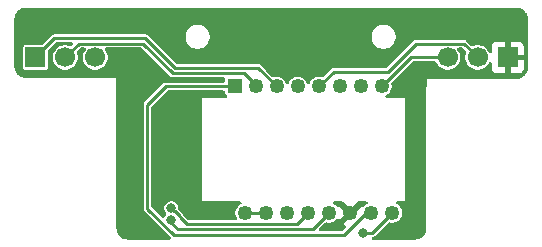
<source format=gbr>
G04 #@! TF.GenerationSoftware,KiCad,Pcbnew,9.0.2*
G04 #@! TF.CreationDate,2025-08-20T20:27:39-04:00*
G04 #@! TF.ProjectId,Trackball,54726163-6b62-4616-9c6c-2e6b69636164,rev?*
G04 #@! TF.SameCoordinates,Original*
G04 #@! TF.FileFunction,Copper,L2,Bot*
G04 #@! TF.FilePolarity,Positive*
%FSLAX46Y46*%
G04 Gerber Fmt 4.6, Leading zero omitted, Abs format (unit mm)*
G04 Created by KiCad (PCBNEW 9.0.2) date 2025-08-20 20:27:39*
%MOMM*%
%LPD*%
G01*
G04 APERTURE LIST*
G04 Aperture macros list*
%AMRoundRect*
0 Rectangle with rounded corners*
0 $1 Rounding radius*
0 $2 $3 $4 $5 $6 $7 $8 $9 X,Y pos of 4 corners*
0 Add a 4 corners polygon primitive as box body*
4,1,4,$2,$3,$4,$5,$6,$7,$8,$9,$2,$3,0*
0 Add four circle primitives for the rounded corners*
1,1,$1+$1,$2,$3*
1,1,$1+$1,$4,$5*
1,1,$1+$1,$6,$7*
1,1,$1+$1,$8,$9*
0 Add four rect primitives between the rounded corners*
20,1,$1+$1,$2,$3,$4,$5,0*
20,1,$1+$1,$4,$5,$6,$7,0*
20,1,$1+$1,$6,$7,$8,$9,0*
20,1,$1+$1,$8,$9,$2,$3,0*%
G04 Aperture macros list end*
G04 #@! TA.AperFunction,ComponentPad*
%ADD10RoundRect,0.187500X-0.437500X-0.437500X0.437500X-0.437500X0.437500X0.437500X-0.437500X0.437500X0*%
G04 #@! TD*
G04 #@! TA.AperFunction,ComponentPad*
%ADD11O,1.250000X1.250000*%
G04 #@! TD*
G04 #@! TA.AperFunction,ComponentPad*
%ADD12R,1.700000X1.700000*%
G04 #@! TD*
G04 #@! TA.AperFunction,ComponentPad*
%ADD13C,1.700000*%
G04 #@! TD*
G04 #@! TA.AperFunction,ViaPad*
%ADD14C,0.800000*%
G04 #@! TD*
G04 #@! TA.AperFunction,Conductor*
%ADD15C,0.500000*%
G04 #@! TD*
G04 #@! TA.AperFunction,Conductor*
%ADD16C,0.250000*%
G04 #@! TD*
G04 APERTURE END LIST*
D10*
X111532000Y-167800000D03*
D11*
X113312000Y-167800000D03*
X115092000Y-167800000D03*
X116872000Y-167800000D03*
X118652000Y-167800000D03*
X120432000Y-167800000D03*
X122212000Y-167800000D03*
X123992000Y-167800000D03*
X124882000Y-178500000D03*
X123102000Y-178500000D03*
X121322000Y-178500000D03*
X119542000Y-178500000D03*
X117762000Y-178500000D03*
X115982000Y-178500000D03*
X114202000Y-178500000D03*
X112422000Y-178500000D03*
D12*
X94650000Y-165350000D03*
D13*
X97190000Y-165350000D03*
X99730000Y-165350000D03*
D12*
X134650000Y-165350000D03*
D13*
X132110000Y-165350000D03*
X129570000Y-165350000D03*
D14*
X109650000Y-178600000D03*
X102400000Y-164899000D03*
X126900000Y-179850000D03*
X107650000Y-173100000D03*
X134650000Y-162600000D03*
X115900000Y-162600000D03*
X126900000Y-174600000D03*
X94400000Y-162600000D03*
X102650000Y-179600000D03*
X104972000Y-169720437D03*
X115900000Y-166350000D03*
X106900000Y-168600000D03*
X126900000Y-171350000D03*
X125900000Y-162600000D03*
X103900000Y-162600000D03*
X122399047Y-180200000D03*
X106145495Y-179112508D03*
X106162653Y-178112653D03*
D15*
X106900000Y-168600000D02*
X106092437Y-168600000D01*
X106092437Y-168600000D02*
X104972000Y-169720437D01*
X102400000Y-164899000D02*
X102400000Y-169600000D01*
D16*
X122399047Y-180200000D02*
X123182000Y-180200000D01*
X123182000Y-180200000D02*
X124882000Y-178500000D01*
X118140000Y-179902000D02*
X119542000Y-178500000D01*
X106158003Y-179100000D02*
X106158003Y-179358003D01*
X106702000Y-179902000D02*
X118140000Y-179902000D01*
X106158003Y-179358003D02*
X106702000Y-179902000D01*
X106145495Y-179112508D02*
X106158003Y-179100000D01*
X116811000Y-179451000D02*
X107501000Y-179451000D01*
X106446215Y-178386508D02*
X106436508Y-178386508D01*
X107501000Y-179451000D02*
X106871495Y-178821495D01*
X117762000Y-178500000D02*
X116811000Y-179451000D01*
X106436508Y-178386508D02*
X106162653Y-178112653D01*
X106871495Y-178811788D02*
X106446215Y-178386508D01*
X106871495Y-178821495D02*
X106871495Y-178811788D01*
X106359267Y-180353000D02*
X104150000Y-178143733D01*
X122273000Y-178877000D02*
X122273000Y-178893918D01*
X122273000Y-178893918D02*
X121715918Y-179451000D01*
X120797000Y-180353000D02*
X106359267Y-180353000D01*
X121699000Y-179451000D02*
X120797000Y-180353000D01*
X104150000Y-169350000D02*
X105700000Y-167800000D01*
X123102000Y-178500000D02*
X122650000Y-178500000D01*
X121715918Y-179451000D02*
X121699000Y-179451000D01*
X104150000Y-178143733D02*
X104150000Y-169350000D01*
X105700000Y-167800000D02*
X111532000Y-167800000D01*
X122650000Y-178500000D02*
X122273000Y-178877000D01*
X129570000Y-165350000D02*
X126442000Y-165350000D01*
X126442000Y-165350000D02*
X123992000Y-167800000D01*
X97190000Y-165350000D02*
X98366000Y-164174000D01*
X98366000Y-164174000D02*
X103774000Y-164174000D01*
X112350000Y-166700000D02*
X113312000Y-167662000D01*
X113312000Y-167662000D02*
X113312000Y-167800000D01*
X103774000Y-164174000D02*
X106300000Y-166700000D01*
X106300000Y-166700000D02*
X112350000Y-166700000D01*
X106437810Y-166200000D02*
X113492000Y-166200000D01*
X96277000Y-163723000D02*
X103960810Y-163723000D01*
X113492000Y-166200000D02*
X115092000Y-167800000D01*
X94650000Y-165350000D02*
X96277000Y-163723000D01*
X103960810Y-163723000D02*
X106437810Y-166200000D01*
X112422000Y-178500000D02*
X114202000Y-178500000D01*
X124550000Y-166550000D02*
X119902000Y-166550000D01*
X130934000Y-164174000D02*
X126926000Y-164174000D01*
X126926000Y-164174000D02*
X124550000Y-166550000D01*
X119902000Y-166550000D02*
X118652000Y-167800000D01*
X132110000Y-165350000D02*
X130934000Y-164174000D01*
G04 #@! TA.AperFunction,Conductor*
G36*
X135405394Y-161125971D02*
G01*
X135558410Y-161139359D01*
X135579695Y-161143111D01*
X135722826Y-161181463D01*
X135743123Y-161188851D01*
X135877430Y-161251479D01*
X135896133Y-161262278D01*
X136017514Y-161347271D01*
X136034071Y-161361164D01*
X136138835Y-161465928D01*
X136152728Y-161482485D01*
X136237721Y-161603866D01*
X136248522Y-161622573D01*
X136311146Y-161756870D01*
X136318536Y-161777175D01*
X136356887Y-161920303D01*
X136360640Y-161941590D01*
X136374017Y-162094490D01*
X136374489Y-162105512D01*
X136367438Y-166165934D01*
X136367438Y-166165975D01*
X136367399Y-166184598D01*
X136367393Y-166184608D01*
X136367393Y-166187734D01*
X136367379Y-166187778D01*
X136366921Y-166198285D01*
X136353534Y-166351305D01*
X136349781Y-166372591D01*
X136311432Y-166515716D01*
X136304039Y-166536027D01*
X136241424Y-166670307D01*
X136230617Y-166689027D01*
X136145625Y-166810407D01*
X136131731Y-166826964D01*
X136026964Y-166931731D01*
X136010407Y-166945625D01*
X135889027Y-167030617D01*
X135870307Y-167041424D01*
X135736027Y-167104039D01*
X135715716Y-167111432D01*
X135572591Y-167149781D01*
X135551305Y-167153534D01*
X135402703Y-167166534D01*
X135402692Y-167166535D01*
X135392893Y-167167393D01*
X135384608Y-167167393D01*
X135381008Y-167170008D01*
X135362700Y-167172940D01*
X135357295Y-167172250D01*
X135343095Y-167174500D01*
X127799204Y-167174500D01*
X127789454Y-167174494D01*
X127789453Y-167174494D01*
X127789435Y-167174501D01*
X127783146Y-167180789D01*
X127783122Y-167180814D01*
X127781150Y-167182787D01*
X127774507Y-167189423D01*
X127774506Y-167189431D01*
X127774500Y-167189438D01*
X127774500Y-167200726D01*
X127773655Y-168564859D01*
X127766719Y-179763575D01*
X127766717Y-179764170D01*
X127766613Y-179783203D01*
X127766589Y-179783238D01*
X127766596Y-179786481D01*
X127766593Y-179787044D01*
X127766550Y-179787187D01*
X127766146Y-179796919D01*
X127753061Y-179950195D01*
X127749344Y-179971519D01*
X127711209Y-180114908D01*
X127703842Y-180135260D01*
X127641352Y-180269839D01*
X127630557Y-180288601D01*
X127545616Y-180410263D01*
X127531724Y-180426861D01*
X127426919Y-180531902D01*
X127410351Y-180545832D01*
X127288879Y-180631046D01*
X127270144Y-180641881D01*
X127259895Y-180646669D01*
X127135709Y-180704672D01*
X127115374Y-180712084D01*
X126972061Y-180750544D01*
X126950744Y-180754309D01*
X126797747Y-180767714D01*
X126786972Y-180768187D01*
X126784406Y-180768187D01*
X126784358Y-180768188D01*
X126783823Y-180768188D01*
X126783822Y-180768188D01*
X126776969Y-180768189D01*
X123258798Y-180768783D01*
X123191755Y-180749110D01*
X123145991Y-180696313D01*
X123136036Y-180627157D01*
X123165050Y-180563596D01*
X123223822Y-180525812D01*
X123226597Y-180525032D01*
X123307639Y-180503318D01*
X123381862Y-180460465D01*
X124517564Y-179324761D01*
X124578885Y-179291278D01*
X124635047Y-179293539D01*
X124635237Y-179292588D01*
X124800692Y-179325500D01*
X124800695Y-179325500D01*
X124963307Y-179325500D01*
X125077770Y-179302731D01*
X125122789Y-179293776D01*
X125225726Y-179251138D01*
X125273019Y-179231549D01*
X125273023Y-179231547D01*
X125368990Y-179167424D01*
X125408225Y-179141208D01*
X125523208Y-179026225D01*
X125613548Y-178891021D01*
X125675776Y-178740789D01*
X125695461Y-178641830D01*
X125707500Y-178581307D01*
X125707500Y-178418692D01*
X125675777Y-178259216D01*
X125675776Y-178259215D01*
X125675776Y-178259211D01*
X125675774Y-178259206D01*
X125613549Y-178108980D01*
X125613547Y-178108976D01*
X125523211Y-177973779D01*
X125523205Y-177973771D01*
X125408228Y-177858794D01*
X125408220Y-177858788D01*
X125273024Y-177768453D01*
X125262420Y-177764061D01*
X125208017Y-177720219D01*
X125185953Y-177653925D01*
X125203233Y-177586226D01*
X125254370Y-177538616D01*
X125309874Y-177525500D01*
X125962562Y-177525500D01*
X125977500Y-177510562D01*
X125977500Y-168789438D01*
X125962562Y-168774500D01*
X124419874Y-168774500D01*
X124352835Y-168754815D01*
X124307080Y-168702011D01*
X124297136Y-168632853D01*
X124326161Y-168569297D01*
X124372420Y-168535939D01*
X124383021Y-168531548D01*
X124518225Y-168441208D01*
X124633208Y-168326225D01*
X124695084Y-168233621D01*
X124723547Y-168191023D01*
X124723549Y-168191019D01*
X124785774Y-168040793D01*
X124785776Y-168040789D01*
X124817500Y-167881305D01*
X124817500Y-167718695D01*
X124817500Y-167718692D01*
X124784588Y-167553237D01*
X124785732Y-167553009D01*
X124785155Y-167489390D01*
X124816761Y-167435564D01*
X126540508Y-165711819D01*
X126601831Y-165678334D01*
X126628189Y-165675500D01*
X128484919Y-165675500D01*
X128551958Y-165695185D01*
X128597713Y-165747989D01*
X128599480Y-165752047D01*
X128639057Y-165847596D01*
X128754024Y-166019657D01*
X128900342Y-166165975D01*
X128900345Y-166165977D01*
X129072402Y-166280941D01*
X129263580Y-166360130D01*
X129408052Y-166388867D01*
X129466530Y-166400499D01*
X129466534Y-166400500D01*
X129466535Y-166400500D01*
X129673466Y-166400500D01*
X129673467Y-166400499D01*
X129876420Y-166360130D01*
X130067598Y-166280941D01*
X130239655Y-166165977D01*
X130385977Y-166019655D01*
X130500941Y-165847598D01*
X130580130Y-165656420D01*
X130620500Y-165453465D01*
X130620500Y-165246535D01*
X130580130Y-165043580D01*
X130500941Y-164852402D01*
X130500940Y-164852400D01*
X130500940Y-164852399D01*
X130394026Y-164692390D01*
X130373148Y-164625713D01*
X130391633Y-164558333D01*
X130443612Y-164511643D01*
X130497128Y-164499500D01*
X130747811Y-164499500D01*
X130814850Y-164519185D01*
X130835492Y-164535819D01*
X131112568Y-164812895D01*
X131146053Y-164874218D01*
X131141069Y-164943910D01*
X131139448Y-164948028D01*
X131099871Y-165043575D01*
X131099868Y-165043587D01*
X131059500Y-165246530D01*
X131059500Y-165453469D01*
X131099868Y-165656412D01*
X131099870Y-165656420D01*
X131165939Y-165815925D01*
X131179059Y-165847598D01*
X131197034Y-165874500D01*
X131294024Y-166019657D01*
X131440342Y-166165975D01*
X131440345Y-166165977D01*
X131612402Y-166280941D01*
X131803580Y-166360130D01*
X131948052Y-166388867D01*
X132006530Y-166400499D01*
X132006534Y-166400500D01*
X132006535Y-166400500D01*
X132213466Y-166400500D01*
X132213467Y-166400499D01*
X132416420Y-166360130D01*
X132607598Y-166280941D01*
X132779655Y-166165977D01*
X132925977Y-166019655D01*
X133040941Y-165847598D01*
X133061439Y-165798112D01*
X133105279Y-165743708D01*
X133171573Y-165721643D01*
X133239273Y-165738922D01*
X133286884Y-165790059D01*
X133300000Y-165845564D01*
X133300000Y-166247844D01*
X133306401Y-166307372D01*
X133306403Y-166307379D01*
X133356645Y-166442086D01*
X133356649Y-166442093D01*
X133442809Y-166557187D01*
X133442812Y-166557190D01*
X133557906Y-166643350D01*
X133557913Y-166643354D01*
X133692620Y-166693596D01*
X133692627Y-166693598D01*
X133752155Y-166699999D01*
X133752172Y-166700000D01*
X134400000Y-166700000D01*
X134400000Y-165783012D01*
X134457007Y-165815925D01*
X134584174Y-165850000D01*
X134715826Y-165850000D01*
X134842993Y-165815925D01*
X134900000Y-165783012D01*
X134900000Y-166700000D01*
X135547828Y-166700000D01*
X135547844Y-166699999D01*
X135607372Y-166693598D01*
X135607379Y-166693596D01*
X135742086Y-166643354D01*
X135742093Y-166643350D01*
X135857187Y-166557190D01*
X135857190Y-166557187D01*
X135943350Y-166442093D01*
X135943354Y-166442086D01*
X135993596Y-166307379D01*
X135993598Y-166307372D01*
X135999999Y-166247844D01*
X136000000Y-166247827D01*
X136000000Y-165600000D01*
X135083012Y-165600000D01*
X135115925Y-165542993D01*
X135150000Y-165415826D01*
X135150000Y-165284174D01*
X135115925Y-165157007D01*
X135083012Y-165100000D01*
X136000000Y-165100000D01*
X136000000Y-164452172D01*
X135999999Y-164452155D01*
X135993598Y-164392627D01*
X135993596Y-164392620D01*
X135943354Y-164257913D01*
X135943350Y-164257906D01*
X135857190Y-164142812D01*
X135857187Y-164142809D01*
X135742093Y-164056649D01*
X135742086Y-164056645D01*
X135607379Y-164006403D01*
X135607372Y-164006401D01*
X135547844Y-164000000D01*
X134900000Y-164000000D01*
X134900000Y-164916988D01*
X134842993Y-164884075D01*
X134715826Y-164850000D01*
X134584174Y-164850000D01*
X134457007Y-164884075D01*
X134400000Y-164916988D01*
X134400000Y-164000000D01*
X133752155Y-164000000D01*
X133692627Y-164006401D01*
X133692620Y-164006403D01*
X133557913Y-164056645D01*
X133557906Y-164056649D01*
X133442812Y-164142809D01*
X133442809Y-164142812D01*
X133356649Y-164257906D01*
X133356645Y-164257913D01*
X133306403Y-164392620D01*
X133306401Y-164392627D01*
X133300000Y-164452155D01*
X133300000Y-164854435D01*
X133280315Y-164921474D01*
X133227511Y-164967229D01*
X133158353Y-164977173D01*
X133094797Y-164948148D01*
X133061439Y-164901888D01*
X133051776Y-164878560D01*
X133040941Y-164852402D01*
X132925977Y-164680345D01*
X132925975Y-164680342D01*
X132779657Y-164534024D01*
X132611655Y-164421770D01*
X132607598Y-164419059D01*
X132588516Y-164411155D01*
X132416420Y-164339870D01*
X132416412Y-164339868D01*
X132213469Y-164299500D01*
X132213465Y-164299500D01*
X132006535Y-164299500D01*
X132006530Y-164299500D01*
X131803587Y-164339868D01*
X131803575Y-164339871D01*
X131708028Y-164379448D01*
X131638559Y-164386917D01*
X131576080Y-164355641D01*
X131572895Y-164352568D01*
X131133864Y-163913537D01*
X131133862Y-163913535D01*
X131080770Y-163882882D01*
X131059640Y-163870682D01*
X131018246Y-163859591D01*
X130976853Y-163848500D01*
X126883147Y-163848500D01*
X126800362Y-163870682D01*
X126800359Y-163870683D01*
X126779231Y-163882882D01*
X126752684Y-163898208D01*
X126726139Y-163913534D01*
X126726136Y-163913536D01*
X124451492Y-166188181D01*
X124390169Y-166221666D01*
X124363811Y-166224500D01*
X119859147Y-166224500D01*
X119776359Y-166246682D01*
X119702138Y-166289535D01*
X119702135Y-166289537D01*
X119016436Y-166975235D01*
X118955113Y-167008720D01*
X118898951Y-167006465D01*
X118898763Y-167007412D01*
X118733307Y-166974500D01*
X118733305Y-166974500D01*
X118570695Y-166974500D01*
X118570693Y-166974500D01*
X118411216Y-167006222D01*
X118411206Y-167006225D01*
X118260980Y-167068450D01*
X118260976Y-167068452D01*
X118125779Y-167158788D01*
X118125771Y-167158794D01*
X118010794Y-167273771D01*
X118010788Y-167273779D01*
X117920452Y-167408976D01*
X117876561Y-167514941D01*
X117832720Y-167569344D01*
X117766426Y-167591409D01*
X117698727Y-167574130D01*
X117651116Y-167522993D01*
X117647439Y-167514941D01*
X117603547Y-167408976D01*
X117513211Y-167273779D01*
X117513205Y-167273771D01*
X117398228Y-167158794D01*
X117398220Y-167158788D01*
X117263023Y-167068452D01*
X117263019Y-167068450D01*
X117112793Y-167006225D01*
X117112783Y-167006222D01*
X116953307Y-166974500D01*
X116953305Y-166974500D01*
X116790695Y-166974500D01*
X116790693Y-166974500D01*
X116631216Y-167006222D01*
X116631206Y-167006225D01*
X116480980Y-167068450D01*
X116480976Y-167068452D01*
X116345779Y-167158788D01*
X116345771Y-167158794D01*
X116230794Y-167273771D01*
X116230788Y-167273779D01*
X116140452Y-167408976D01*
X116096561Y-167514941D01*
X116052720Y-167569344D01*
X115986426Y-167591409D01*
X115918727Y-167574130D01*
X115871116Y-167522993D01*
X115867439Y-167514941D01*
X115823547Y-167408976D01*
X115733211Y-167273779D01*
X115733205Y-167273771D01*
X115618228Y-167158794D01*
X115618220Y-167158788D01*
X115483023Y-167068452D01*
X115483019Y-167068450D01*
X115332793Y-167006225D01*
X115332783Y-167006222D01*
X115173307Y-166974500D01*
X115173305Y-166974500D01*
X115010695Y-166974500D01*
X115010693Y-166974500D01*
X114845237Y-167007412D01*
X114845011Y-167006276D01*
X114781346Y-167006831D01*
X114727561Y-166975235D01*
X114211652Y-166459326D01*
X113691862Y-165939535D01*
X113654750Y-165918108D01*
X113617640Y-165896682D01*
X113576246Y-165885591D01*
X113534853Y-165874500D01*
X113534852Y-165874500D01*
X106623999Y-165874500D01*
X106556960Y-165854815D01*
X106536318Y-165838181D01*
X104197129Y-163498992D01*
X107374500Y-163498992D01*
X107374500Y-163701007D01*
X107413907Y-163899119D01*
X107413909Y-163899127D01*
X107491212Y-164085752D01*
X107491217Y-164085762D01*
X107603441Y-164253718D01*
X107746281Y-164396558D01*
X107914237Y-164508782D01*
X107914241Y-164508784D01*
X107914244Y-164508786D01*
X108100873Y-164586091D01*
X108298992Y-164625499D01*
X108298996Y-164625500D01*
X108298997Y-164625500D01*
X108501004Y-164625500D01*
X108501005Y-164625499D01*
X108699127Y-164586091D01*
X108885756Y-164508786D01*
X109053718Y-164396558D01*
X109196558Y-164253718D01*
X109308786Y-164085756D01*
X109386091Y-163899127D01*
X109425500Y-163701003D01*
X109425500Y-163498997D01*
X109425499Y-163498992D01*
X123124500Y-163498992D01*
X123124500Y-163701007D01*
X123163907Y-163899119D01*
X123163909Y-163899127D01*
X123241212Y-164085752D01*
X123241217Y-164085762D01*
X123353441Y-164253718D01*
X123496281Y-164396558D01*
X123664237Y-164508782D01*
X123664241Y-164508784D01*
X123664244Y-164508786D01*
X123850873Y-164586091D01*
X124048992Y-164625499D01*
X124048996Y-164625500D01*
X124048997Y-164625500D01*
X124251004Y-164625500D01*
X124251005Y-164625499D01*
X124449127Y-164586091D01*
X124635756Y-164508786D01*
X124803718Y-164396558D01*
X124946558Y-164253718D01*
X125058786Y-164085756D01*
X125136091Y-163899127D01*
X125175500Y-163701003D01*
X125175500Y-163498997D01*
X125136091Y-163300873D01*
X125058786Y-163114244D01*
X125058784Y-163114241D01*
X125058782Y-163114237D01*
X124946558Y-162946281D01*
X124803718Y-162803441D01*
X124635762Y-162691217D01*
X124635752Y-162691212D01*
X124449127Y-162613909D01*
X124449119Y-162613907D01*
X124251007Y-162574500D01*
X124251003Y-162574500D01*
X124048997Y-162574500D01*
X124048992Y-162574500D01*
X123850880Y-162613907D01*
X123850872Y-162613909D01*
X123664247Y-162691212D01*
X123664237Y-162691217D01*
X123496281Y-162803441D01*
X123353441Y-162946281D01*
X123241217Y-163114237D01*
X123241212Y-163114247D01*
X123163909Y-163300872D01*
X123163907Y-163300880D01*
X123124500Y-163498992D01*
X109425499Y-163498992D01*
X109386091Y-163300873D01*
X109308786Y-163114244D01*
X109308784Y-163114241D01*
X109308782Y-163114237D01*
X109196558Y-162946281D01*
X109053718Y-162803441D01*
X108885762Y-162691217D01*
X108885752Y-162691212D01*
X108699127Y-162613909D01*
X108699119Y-162613907D01*
X108501007Y-162574500D01*
X108501003Y-162574500D01*
X108298997Y-162574500D01*
X108298992Y-162574500D01*
X108100880Y-162613907D01*
X108100872Y-162613909D01*
X107914247Y-162691212D01*
X107914237Y-162691217D01*
X107746281Y-162803441D01*
X107603441Y-162946281D01*
X107491217Y-163114237D01*
X107491212Y-163114247D01*
X107413909Y-163300872D01*
X107413907Y-163300880D01*
X107374500Y-163498992D01*
X104197129Y-163498992D01*
X104160674Y-163462537D01*
X104160672Y-163462535D01*
X104123560Y-163441108D01*
X104086450Y-163419682D01*
X104045056Y-163408591D01*
X104003663Y-163397500D01*
X96234147Y-163397500D01*
X96151362Y-163419682D01*
X96151355Y-163419685D01*
X96077144Y-163462530D01*
X96077136Y-163462536D01*
X95276492Y-164263181D01*
X95215169Y-164296666D01*
X95188811Y-164299500D01*
X93780247Y-164299500D01*
X93721770Y-164311131D01*
X93721769Y-164311132D01*
X93655447Y-164355447D01*
X93611132Y-164421769D01*
X93611131Y-164421770D01*
X93599500Y-164480247D01*
X93599500Y-166219752D01*
X93611131Y-166278229D01*
X93611132Y-166278230D01*
X93655447Y-166344552D01*
X93721769Y-166388867D01*
X93721770Y-166388868D01*
X93780247Y-166400499D01*
X93780250Y-166400500D01*
X93780252Y-166400500D01*
X95519750Y-166400500D01*
X95519751Y-166400499D01*
X95534568Y-166397552D01*
X95578229Y-166388868D01*
X95578229Y-166388867D01*
X95578231Y-166388867D01*
X95644552Y-166344552D01*
X95688867Y-166278231D01*
X95688867Y-166278229D01*
X95688868Y-166278229D01*
X95700499Y-166219752D01*
X95700500Y-166219750D01*
X95700500Y-164811189D01*
X95720185Y-164744150D01*
X95736819Y-164723508D01*
X96375508Y-164084819D01*
X96436831Y-164051334D01*
X96463189Y-164048500D01*
X97731810Y-164048500D01*
X97798849Y-164068185D01*
X97844604Y-164120989D01*
X97854548Y-164190147D01*
X97825523Y-164253703D01*
X97819498Y-164260173D01*
X97768541Y-164311131D01*
X97727103Y-164352569D01*
X97665779Y-164386053D01*
X97596088Y-164381069D01*
X97591981Y-164379452D01*
X97496420Y-164339870D01*
X97496412Y-164339868D01*
X97293469Y-164299500D01*
X97293465Y-164299500D01*
X97086535Y-164299500D01*
X97086530Y-164299500D01*
X96883587Y-164339868D01*
X96883579Y-164339870D01*
X96692403Y-164419058D01*
X96520342Y-164534024D01*
X96374024Y-164680342D01*
X96259058Y-164852403D01*
X96179870Y-165043579D01*
X96179868Y-165043587D01*
X96139500Y-165246530D01*
X96139500Y-165453469D01*
X96179868Y-165656412D01*
X96179870Y-165656420D01*
X96245939Y-165815925D01*
X96259059Y-165847598D01*
X96277034Y-165874500D01*
X96374024Y-166019657D01*
X96520342Y-166165975D01*
X96520345Y-166165977D01*
X96692402Y-166280941D01*
X96883580Y-166360130D01*
X97028052Y-166388867D01*
X97086530Y-166400499D01*
X97086534Y-166400500D01*
X97086535Y-166400500D01*
X97293466Y-166400500D01*
X97293467Y-166400499D01*
X97496420Y-166360130D01*
X97687598Y-166280941D01*
X97859655Y-166165977D01*
X98005977Y-166019655D01*
X98120941Y-165847598D01*
X98200130Y-165656420D01*
X98240500Y-165453465D01*
X98240500Y-165246535D01*
X98200130Y-165043580D01*
X98160550Y-164948028D01*
X98153082Y-164878560D01*
X98184357Y-164816080D01*
X98187431Y-164812895D01*
X98319982Y-164680345D01*
X98464508Y-164535819D01*
X98525831Y-164502334D01*
X98552189Y-164499500D01*
X98802872Y-164499500D01*
X98869911Y-164519185D01*
X98915666Y-164571989D01*
X98925610Y-164641147D01*
X98905974Y-164692390D01*
X98799059Y-164852399D01*
X98799059Y-164852400D01*
X98719870Y-165043579D01*
X98719868Y-165043587D01*
X98679500Y-165246530D01*
X98679500Y-165453469D01*
X98719868Y-165656412D01*
X98719870Y-165656420D01*
X98785939Y-165815925D01*
X98799059Y-165847598D01*
X98817034Y-165874500D01*
X98914024Y-166019657D01*
X99060342Y-166165975D01*
X99060345Y-166165977D01*
X99232402Y-166280941D01*
X99423580Y-166360130D01*
X99568052Y-166388867D01*
X99626530Y-166400499D01*
X99626534Y-166400500D01*
X99626535Y-166400500D01*
X99833466Y-166400500D01*
X99833467Y-166400499D01*
X100036420Y-166360130D01*
X100227598Y-166280941D01*
X100399655Y-166165977D01*
X100545977Y-166019655D01*
X100660941Y-165847598D01*
X100740130Y-165656420D01*
X100780500Y-165453465D01*
X100780500Y-165246535D01*
X100740130Y-165043580D01*
X100660941Y-164852402D01*
X100660940Y-164852400D01*
X100660940Y-164852399D01*
X100554026Y-164692390D01*
X100533148Y-164625713D01*
X100551633Y-164558333D01*
X100603612Y-164511643D01*
X100657128Y-164499500D01*
X103587811Y-164499500D01*
X103654850Y-164519185D01*
X103675492Y-164535819D01*
X106039534Y-166899861D01*
X106039535Y-166899862D01*
X106100138Y-166960465D01*
X106100140Y-166960466D01*
X106100144Y-166960469D01*
X106163883Y-166997268D01*
X106174362Y-167003318D01*
X106257147Y-167025500D01*
X110628399Y-167025500D01*
X110695438Y-167045185D01*
X110741193Y-167097989D01*
X110751137Y-167167147D01*
X110749287Y-167177105D01*
X110745864Y-167192094D01*
X110720891Y-167241107D01*
X110706500Y-167331967D01*
X110706500Y-167364476D01*
X110703388Y-167378105D01*
X110692878Y-167396888D01*
X110686815Y-167417539D01*
X110676158Y-167426772D01*
X110669273Y-167439080D01*
X110650275Y-167449200D01*
X110634011Y-167463294D01*
X110616787Y-167467040D01*
X110607608Y-167471931D01*
X110597945Y-167471139D01*
X110582500Y-167474500D01*
X105657147Y-167474500D01*
X105574359Y-167496682D01*
X105500138Y-167539535D01*
X105500135Y-167539537D01*
X103889537Y-169150135D01*
X103889533Y-169150141D01*
X103846681Y-169224361D01*
X103846682Y-169224362D01*
X103824500Y-169307147D01*
X103824500Y-178186585D01*
X103846682Y-178269373D01*
X103846897Y-178269745D01*
X103889535Y-178343595D01*
X103889537Y-178343597D01*
X106105960Y-180560020D01*
X106139445Y-180621343D01*
X106134461Y-180691035D01*
X106092589Y-180746968D01*
X106027125Y-180771385D01*
X106018300Y-180771701D01*
X102505412Y-180772296D01*
X102494598Y-180771825D01*
X102341809Y-180758476D01*
X102320552Y-180754733D01*
X102177610Y-180716487D01*
X102157325Y-180709116D01*
X102115585Y-180689684D01*
X102023183Y-180646665D01*
X102004488Y-180635889D01*
X101972405Y-180613465D01*
X101883217Y-180551127D01*
X101866669Y-180537270D01*
X101761924Y-180432755D01*
X101748030Y-180416237D01*
X101729171Y-180389380D01*
X101662999Y-180295147D01*
X101652184Y-180276479D01*
X101589438Y-180142475D01*
X101582021Y-180122205D01*
X101543463Y-179979351D01*
X101539674Y-179958104D01*
X101539397Y-179955011D01*
X101525997Y-179805457D01*
X101525504Y-179794436D01*
X101525500Y-167089438D01*
X101510562Y-167074500D01*
X93862519Y-167074500D01*
X93851712Y-167074028D01*
X93698694Y-167060641D01*
X93677409Y-167056888D01*
X93534283Y-167018539D01*
X93513971Y-167011146D01*
X93508768Y-167008720D01*
X93436279Y-166974918D01*
X93379687Y-166948529D01*
X93360968Y-166937722D01*
X93239591Y-166852734D01*
X93223033Y-166838840D01*
X93118262Y-166734069D01*
X93104375Y-166717520D01*
X93019379Y-166596135D01*
X93008575Y-166577421D01*
X92984511Y-166525816D01*
X92945952Y-166443127D01*
X92938562Y-166422822D01*
X92900212Y-166279696D01*
X92896459Y-166258410D01*
X92890449Y-166189720D01*
X92883079Y-166105474D01*
X92882607Y-166094667D01*
X92882607Y-162105412D01*
X92883079Y-162094605D01*
X92890456Y-162010281D01*
X92896466Y-161941587D01*
X92900219Y-161920304D01*
X92923460Y-161833567D01*
X92938571Y-161777172D01*
X92945957Y-161756878D01*
X93008580Y-161622582D01*
X93019386Y-161603867D01*
X93019387Y-161603866D01*
X93104379Y-161482485D01*
X93118262Y-161465940D01*
X93223047Y-161361156D01*
X93239587Y-161347277D01*
X93360984Y-161262274D01*
X93379673Y-161251484D01*
X93513990Y-161188852D01*
X93534277Y-161181469D01*
X93677417Y-161143116D01*
X93698687Y-161139366D01*
X93782855Y-161132002D01*
X93851797Y-161125972D01*
X93862603Y-161125500D01*
X93865392Y-161125500D01*
X135391715Y-161125500D01*
X135394588Y-161125500D01*
X135405394Y-161125971D01*
G37*
G04 #@! TD.AperFunction*
G04 #@! TA.AperFunction,Conductor*
G36*
X120947000Y-178549370D02*
G01*
X120972556Y-178644745D01*
X121021925Y-178730255D01*
X121091745Y-178800075D01*
X121177255Y-178849444D01*
X121272630Y-178875000D01*
X121300554Y-178875000D01*
X120721364Y-179454189D01*
X120732368Y-179462185D01*
X120890146Y-179542577D01*
X120891620Y-179543056D01*
X120892109Y-179543390D01*
X120894650Y-179544443D01*
X120894429Y-179544976D01*
X120949301Y-179582486D01*
X120976507Y-179646841D01*
X120964601Y-179715689D01*
X120940999Y-179748673D01*
X120879111Y-179810562D01*
X120698490Y-179991182D01*
X120637170Y-180024666D01*
X120610811Y-180027500D01*
X118774189Y-180027500D01*
X118707150Y-180007815D01*
X118661395Y-179955011D01*
X118651451Y-179885853D01*
X118680476Y-179822297D01*
X118686508Y-179815819D01*
X119048137Y-179454189D01*
X119177564Y-179324761D01*
X119238885Y-179291278D01*
X119295047Y-179293539D01*
X119295237Y-179292588D01*
X119460692Y-179325500D01*
X119460695Y-179325500D01*
X119623307Y-179325500D01*
X119737770Y-179302731D01*
X119782789Y-179293776D01*
X119885726Y-179251138D01*
X119933019Y-179231549D01*
X119933023Y-179231547D01*
X120028990Y-179167424D01*
X120068225Y-179141208D01*
X120158118Y-179051314D01*
X120219439Y-179017831D01*
X120289131Y-179022815D01*
X120345065Y-179064686D01*
X120356282Y-179082701D01*
X120359807Y-179089620D01*
X120359816Y-179089635D01*
X120367809Y-179100634D01*
X120367811Y-179100635D01*
X120947000Y-178521446D01*
X120947000Y-178549370D01*
G37*
G04 #@! TD.AperFunction*
G04 #@! TA.AperFunction,Conductor*
G36*
X110649540Y-168145185D02*
G01*
X110695295Y-168197989D01*
X110706501Y-168249500D01*
X110706501Y-168268037D01*
X110720889Y-168358888D01*
X110720889Y-168358889D01*
X110720890Y-168358892D01*
X110720891Y-168358893D01*
X110762832Y-168441208D01*
X110776690Y-168468404D01*
X110776693Y-168468408D01*
X110870497Y-168562212D01*
X110867849Y-168564859D01*
X110899189Y-168605477D01*
X110905190Y-168675088D01*
X110872603Y-168736893D01*
X110811774Y-168771269D01*
X110783652Y-168774500D01*
X108741437Y-168774500D01*
X108726500Y-168789437D01*
X108726500Y-177510562D01*
X108741438Y-177525500D01*
X111994126Y-177525500D01*
X112061165Y-177545185D01*
X112106920Y-177597989D01*
X112116864Y-177667147D01*
X112087839Y-177730703D01*
X112041580Y-177764061D01*
X112030975Y-177768453D01*
X111895779Y-177858788D01*
X111895771Y-177858794D01*
X111780794Y-177973771D01*
X111780788Y-177973779D01*
X111690452Y-178108976D01*
X111690450Y-178108980D01*
X111628225Y-178259206D01*
X111628222Y-178259216D01*
X111596500Y-178418692D01*
X111596500Y-178418695D01*
X111596500Y-178581305D01*
X111596500Y-178581307D01*
X111596499Y-178581307D01*
X111628222Y-178740783D01*
X111628225Y-178740793D01*
X111690450Y-178891019D01*
X111690452Y-178891022D01*
X111718240Y-178932610D01*
X111739118Y-178999287D01*
X111720633Y-179066667D01*
X111668654Y-179113357D01*
X111615138Y-179125500D01*
X107687188Y-179125500D01*
X107620149Y-179105815D01*
X107599507Y-179089181D01*
X107156763Y-178646437D01*
X107152385Y-178641830D01*
X107143609Y-178632105D01*
X107131960Y-178611926D01*
X107071357Y-178551323D01*
X107071354Y-178551321D01*
X106799472Y-178279439D01*
X106765987Y-178218116D01*
X106763153Y-178191758D01*
X106763153Y-178033598D01*
X106763153Y-178033596D01*
X106722230Y-177880869D01*
X106709482Y-177858788D01*
X106643177Y-177743943D01*
X106643171Y-177743935D01*
X106531370Y-177632134D01*
X106531362Y-177632128D01*
X106394443Y-177553079D01*
X106394439Y-177553077D01*
X106394437Y-177553076D01*
X106241710Y-177512153D01*
X106083596Y-177512153D01*
X105930869Y-177553076D01*
X105930862Y-177553079D01*
X105793943Y-177632128D01*
X105793935Y-177632134D01*
X105682134Y-177743935D01*
X105682128Y-177743943D01*
X105603079Y-177880862D01*
X105603076Y-177880869D01*
X105562153Y-178033596D01*
X105562153Y-178191710D01*
X105602851Y-178343595D01*
X105603076Y-178344436D01*
X105603079Y-178344443D01*
X105682128Y-178481362D01*
X105682134Y-178481370D01*
X105717084Y-178516320D01*
X105750569Y-178577643D01*
X105745585Y-178647335D01*
X105717085Y-178691681D01*
X105664976Y-178743790D01*
X105664970Y-178743798D01*
X105581854Y-178887762D01*
X105580027Y-178886707D01*
X105543196Y-178932400D01*
X105476898Y-178954456D01*
X105409202Y-178937167D01*
X105384809Y-178918215D01*
X104511819Y-178045225D01*
X104478334Y-177983902D01*
X104475500Y-177957544D01*
X104475500Y-169536189D01*
X104495185Y-169469150D01*
X104511819Y-169448508D01*
X105798508Y-168161819D01*
X105859831Y-168128334D01*
X105886189Y-168125500D01*
X110582501Y-168125500D01*
X110649540Y-168145185D01*
G37*
G04 #@! TD.AperFunction*
G04 #@! TA.AperFunction,Conductor*
G36*
X120716730Y-177545185D02*
G01*
X120737372Y-177561819D01*
X121300554Y-178125000D01*
X121272630Y-178125000D01*
X121177255Y-178150556D01*
X121091745Y-178199925D01*
X121021925Y-178269745D01*
X120972556Y-178355255D01*
X120947000Y-178450630D01*
X120947000Y-178478553D01*
X120367810Y-177899363D01*
X120367809Y-177899364D01*
X120359812Y-177910370D01*
X120356278Y-177917306D01*
X120308300Y-177968098D01*
X120240477Y-177984888D01*
X120174344Y-177962345D01*
X120158117Y-177948683D01*
X120068228Y-177858794D01*
X120068220Y-177858788D01*
X119933024Y-177768453D01*
X119922420Y-177764061D01*
X119868017Y-177720219D01*
X119845953Y-177653925D01*
X119863233Y-177586226D01*
X119914370Y-177538616D01*
X119969874Y-177525500D01*
X120649691Y-177525500D01*
X120716730Y-177545185D01*
G37*
G04 #@! TD.AperFunction*
G04 #@! TA.AperFunction,Conductor*
G36*
X122741165Y-177545185D02*
G01*
X122786920Y-177597989D01*
X122796864Y-177667147D01*
X122767839Y-177730703D01*
X122721580Y-177764061D01*
X122710975Y-177768453D01*
X122575779Y-177858788D01*
X122575776Y-177858790D01*
X122485881Y-177948685D01*
X122424557Y-177982169D01*
X122354866Y-177977185D01*
X122298932Y-177935313D01*
X122287712Y-177917291D01*
X122284185Y-177910369D01*
X122276189Y-177899364D01*
X121697000Y-178478553D01*
X121697000Y-178450630D01*
X121671444Y-178355255D01*
X121622075Y-178269745D01*
X121552255Y-178199925D01*
X121466745Y-178150556D01*
X121371370Y-178125000D01*
X121343447Y-178125000D01*
X121906627Y-177561819D01*
X121967950Y-177528334D01*
X121994308Y-177525500D01*
X122674126Y-177525500D01*
X122741165Y-177545185D01*
G37*
G04 #@! TD.AperFunction*
M02*

</source>
